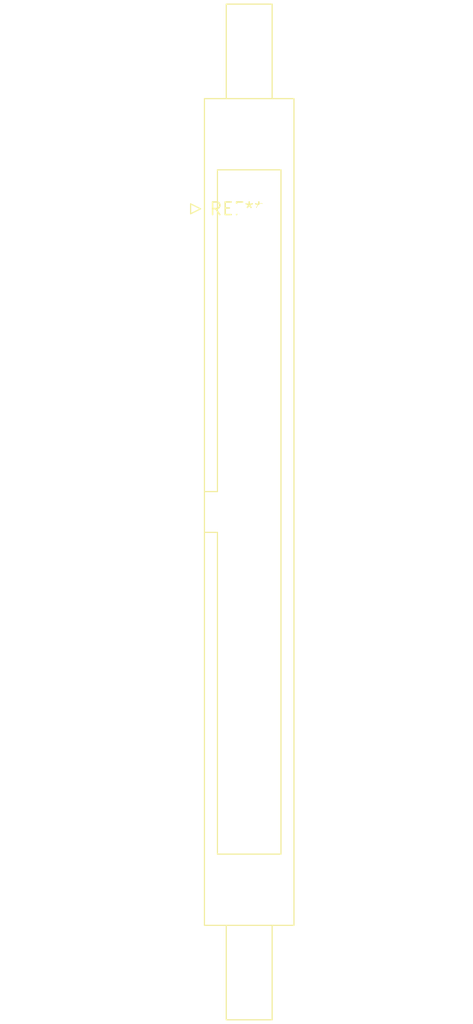
<source format=kicad_pcb>
(kicad_pcb (version 20240108) (generator pcbnew)
  (layers (0 "F.Cu" signal) (31 "B.Cu" signal) (34 "B.Paste" user) (35 "F.Paste" user) (36 "B.SilkS" user "B.Silkscreen") (37 "F.SilkS" user "F.Silkscreen") (38 "B.Mask" user) (39 "F.Mask" user) (44 "Edge.Cuts" user))
  (net 0 "")
  (footprint "IDC-Header_2x25_P2.54mm_Latch9.5mm_Vertical" (layer "F.Cu") (at 0 0)
    (property "Reference" "REF**")
    (property "Value" "IDC-Header_2x25_P2.54mm_Latch9.5mm_Vertical")
    (fp_line (start -4.63 -0.5) (end -4.63 0.5) (layer "F.SilkS") (stroke (width 0.12)))
    (fp_line (start -4.63 0.5) (end -3.63 0) (layer "F.SilkS") (stroke (width 0.12)))
    (fp_line (start -3.63 0) (end -4.63 -0.5) (layer "F.SilkS") (stroke (width 0.12)))
    (fp_line (start -3.24 -11.08) (end 5.78 -11.08) (layer "F.SilkS") (stroke (width 0.12)))
    (fp_line (start -3.24 28.43) (end -1.93 28.43) (layer "F.SilkS") (stroke (width 0.12)))
    (fp_line (start -3.24 72.04) (end -3.24 -11.08) (layer "F.SilkS") (stroke (width 0.12)))
    (fp_line (start -1.93 -3.92) (end 4.47 -3.92) (layer "F.SilkS") (stroke (width 0.12)))
    (fp_line (start -1.93 28.43) (end -1.93 -3.92) (layer "F.SilkS") (stroke (width 0.12)))
    (fp_line (start -1.93 32.53) (end -3.24 32.53) (layer "F.SilkS") (stroke (width 0.12)))
    (fp_line (start -1.93 32.53) (end -1.93 32.53) (layer "F.SilkS") (stroke (width 0.12)))
    (fp_line (start -1.93 64.88) (end -1.93 32.53) (layer "F.SilkS") (stroke (width 0.12)))
    (fp_line (start -1.04 -20.58) (end 3.58 -20.58) (layer "F.SilkS") (stroke (width 0.12)))
    (fp_line (start -1.04 -11.08) (end -1.04 -20.58) (layer "F.SilkS") (stroke (width 0.12)))
    (fp_line (start -1.04 72.04) (end -1.04 81.54) (layer "F.SilkS") (stroke (width 0.12)))
    (fp_line (start -1.04 81.54) (end 3.58 81.54) (layer "F.SilkS") (stroke (width 0.12)))
    (fp_line (start 3.58 -20.58) (end 3.58 -11.08) (layer "F.SilkS") (stroke (width 0.12)))
    (fp_line (start 3.58 81.54) (end 3.58 72.04) (layer "F.SilkS") (stroke (width 0.12)))
    (fp_line (start 4.47 -3.92) (end 4.47 64.88) (layer "F.SilkS") (stroke (width 0.12)))
    (fp_line (start 4.47 64.88) (end -1.93 64.88) (layer "F.SilkS") (stroke (width 0.12)))
    (fp_line (start 5.78 -11.08) (end 5.78 72.04) (layer "F.SilkS") (stroke (width 0.12)))
    (fp_line (start 5.78 72.04) (end -3.24 72.04) (layer "F.SilkS") (stroke (width 0.12)))
    (pad "1" thru_hole roundrect (at 0 0) (size 1.7 1.7) (drill 1) (layers *.Cu *.Mask) (remove_unused_layers) (roundrect_rratio 0.147059))
    (pad "2" thru_hole circle (at 2.54 0) (size 1.7 1.7) (drill 1) (layers *.Cu *.Mask) (remove_unused_layers))
    (pad "3" thru_hole circle (at 0 2.54) (size 1.7 1.7) (drill 1) (layers *.Cu *.Mask) (remove_unused_layers))
    (pad "4" thru_hole circle (at 2.54 2.54) (size 1.7 1.7) (drill 1) (layers *.Cu *.Mask) (remove_unused_layers))
    (pad "5" thru_hole circle (at 0 5.08) (size 1.7 1.7) (drill 1) (layers *.Cu *.Mask) (remove_unused_layers))
    (pad "6" thru_hole circle (at 2.54 5.08) (size 1.7 1.7) (drill 1) (layers *.Cu *.Mask) (remove_unused_layers))
    (pad "7" thru_hole circle (at 0 7.62) (size 1.7 1.7) (drill 1) (layers *.Cu *.Mask) (remove_unused_layers))
    (pad "8" thru_hole circle (at 2.54 7.62) (size 1.7 1.7) (drill 1) (layers *.Cu *.Mask) (remove_unused_layers))
    (pad "9" thru_hole circle (at 0 10.16) (size 1.7 1.7) (drill 1) (layers *.Cu *.Mask) (remove_unused_layers))
    (pad "10" thru_hole circle (at 2.54 10.16) (size 1.7 1.7) (drill 1) (layers *.Cu *.Mask) (remove_unused_layers))
    (pad "11" thru_hole circle (at 0 12.7) (size 1.7 1.7) (drill 1) (layers *.Cu *.Mask) (remove_unused_layers))
    (pad "12" thru_hole circle (at 2.54 12.7) (size 1.7 1.7) (drill 1) (layers *.Cu *.Mask) (remove_unused_layers))
    (pad "13" thru_hole circle (at 0 15.24) (size 1.7 1.7) (drill 1) (layers *.Cu *.Mask) (remove_unused_layers))
    (pad "14" thru_hole circle (at 2.54 15.24) (size 1.7 1.7) (drill 1) (layers *.Cu *.Mask) (remove_unused_layers))
    (pad "15" thru_hole circle (at 0 17.78) (size 1.7 1.7) (drill 1) (layers *.Cu *.Mask) (remove_unused_layers))
    (pad "16" thru_hole circle (at 2.54 17.78) (size 1.7 1.7) (drill 1) (layers *.Cu *.Mask) (remove_unused_layers))
    (pad "17" thru_hole circle (at 0 20.32) (size 1.7 1.7) (drill 1) (layers *.Cu *.Mask) (remove_unused_layers))
    (pad "18" thru_hole circle (at 2.54 20.32) (size 1.7 1.7) (drill 1) (layers *.Cu *.Mask) (remove_unused_layers))
    (pad "19" thru_hole circle (at 0 22.86) (size 1.7 1.7) (drill 1) (layers *.Cu *.Mask) (remove_unused_layers))
    (pad "20" thru_hole circle (at 2.54 22.86) (size 1.7 1.7) (drill 1) (layers *.Cu *.Mask) (remove_unused_layers))
    (pad "21" thru_hole circle (at 0 25.4) (size 1.7 1.7) (drill 1) (layers *.Cu *.Mask) (remove_unused_layers))
    (pad "22" thru_hole circle (at 2.54 25.4) (size 1.7 1.7) (drill 1) (layers *.Cu *.Mask) (remove_unused_layers))
    (pad "23" thru_hole circle (at 0 27.94) (size 1.7 1.7) (drill 1) (layers *.Cu *.Mask) (remove_unused_layers))
    (pad "24" thru_hole circle (at 2.54 27.94) (size 1.7 1.7) (drill 1) (layers *.Cu *.Mask) (remove_unused_layers))
    (pad "25" thru_hole circle (at 0 30.48) (size 1.7 1.7) (drill 1) (layers *.Cu *.Mask) (remove_unused_layers))
    (pad "26" thru_hole circle (at 2.54 30.48) (size 1.7 1.7) (drill 1) (layers *.Cu *.Mask) (remove_unused_layers))
    (pad "27" thru_hole circle (at 0 33.02) (size 1.7 1.7) (drill 1) (layers *.Cu *.Mask) (remove_unused_layers))
    (pad "28" thru_hole circle (at 2.54 33.02) (size 1.7 1.7) (drill 1) (layers *.Cu *.Mask) (remove_unused_layers))
    (pad "29" thru_hole circle (at 0 35.56) (size 1.7 1.7) (drill 1) (layers *.Cu *.Mask) (remove_unused_layers))
    (pad "30" thru_hole circle (at 2.54 35.56) (size 1.7 1.7) (drill 1) (layers *.Cu *.Mask) (remove_unused_layers))
    (pad "31" thru_hole circle (at 0 38.1) (size 1.7 1.7) (drill 1) (layers *.Cu *.Mask) (remove_unused_layers))
    (pad "32" thru_hole circle (at 2.54 38.1) (size 1.7 1.7) (drill 1) (layers *.Cu *.Mask) (remove_unused_layers))
    (pad "33" thru_hole circle (at 0 40.64) (size 1.7 1.7) (drill 1) (layers *.Cu *.Mask) (remove_unused_layers))
    (pad "34" thru_hole circle (at 2.54 40.64) (size 1.7 1.7) (drill 1) (layers *.Cu *.Mask) (remove_unused_layers))
    (pad "35" thru_hole circle (at 0 43.18) (size 1.7 1.7) (drill 1) (layers *.Cu *.Mask) (remove_unused_layers))
    (pad "36" thru_hole circle (at 2.54 43.18) (size 1.7 1.7) (drill 1) (layers *.Cu *.Mask) (remove_unused_layers))
    (pad "37" thru_hole circle (at 0 45.72) (size 1.7 1.7) (drill 1) (layers *.Cu *.Mask) (remove_unused_layers))
    (pad "38" thru_hole circle (at 2.54 45.72) (size 1.7 1.7) (drill 1) (layers *.Cu *.Mask) (remove_unused_layers))
    (pad "39" thru_hole circle (at 0 48.26) (size 1.7 1.7) (drill 1) (layers *.Cu *.Mask) (remove_unused_layers))
    (pad "40" thru_hole circle (at 2.54 48.26) (size 1.7 1.7) (drill 1) (layers *.Cu *.Mask) (remove_unused_layers))
    (pad "41" thru_hole circle (at 0 50.8) (size 1.7 1.7) (drill 1) (layers *.Cu *.Mask) (remove_unused_layers))
    (pad "42" thru_hole circle (at 2.54 50.8) (size 1.7 1.7) (drill 1) (layers *.Cu *.Mask) (remove_unused_layers))
    (pad "43" thru_hole circle (at 0 53.34) (size 1.7 1.7) (drill 1) (layers *.Cu *.Mask) (remove_unused_layers))
    (pad "44" thru_hole circle (at 2.54 53.34) (size 1.7 1.7) (drill 1) (layers *.Cu *.Mask) (remove_unused_layers))
    (pad "45" thru_hole circle (at 0 55.88) (size 1.7 1.7) (drill 1) (layers *.Cu *.Mask) (remove_unused_layers))
    (pad "46" thru_hole circle (at 2.54 55.88) (size 1.7 1.7) (drill 1) (layers *.Cu *.Mask) (remove_unused_layers))
    (pad "47" thru_hole circle (at 0 58.42) (size 1.7 1.7) (drill 1) (layers *.Cu *.Mask) (remove_unused_layers))
    (pad "48" thru_hole circle (at 2.54 58.42) (size 1.7 1.7) (drill 1) (layers *.Cu *.Mask) (remove_unused_layers))
    (pad "49" thru_hole circle (at 0 60.96) (size 1.7 1.7) (drill 1) (layers *.Cu *.Mask) (remove_unused_layers))
    (pad "50" thru_hole circle (at 2.54 60.96) (size 1.7 1.7) (drill 1) (layers *.Cu *.Mask) (remove_unused_layers))
  )
)
</source>
